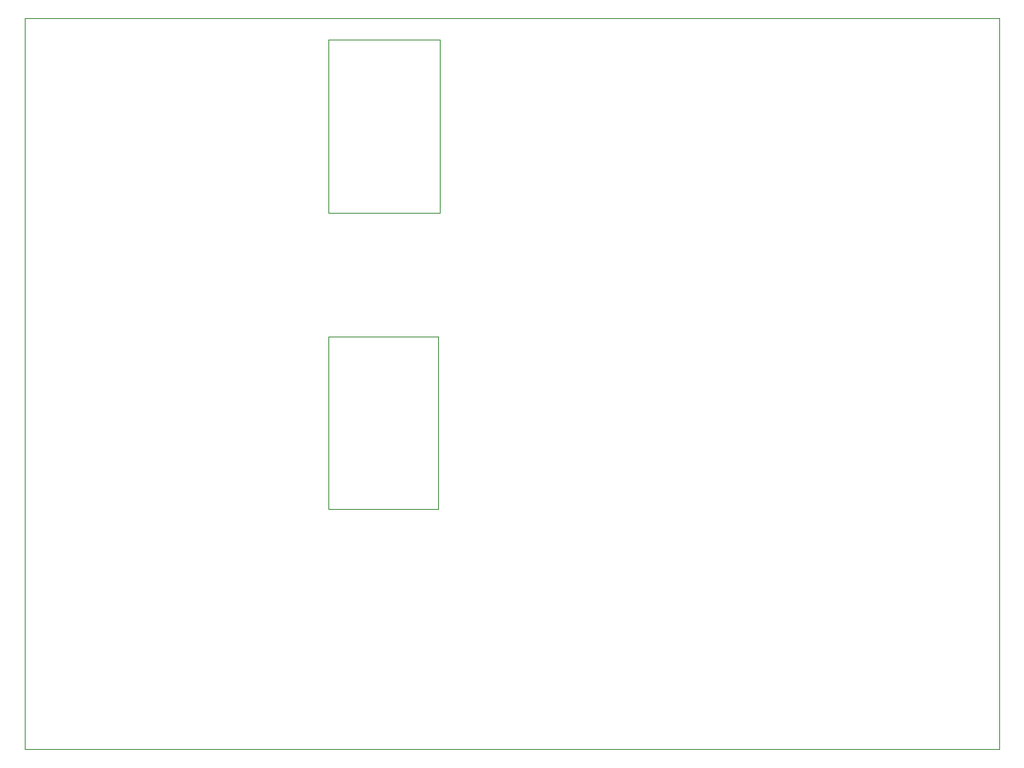
<source format=gbr>
%TF.GenerationSoftware,KiCad,Pcbnew,(6.0.1)*%
%TF.CreationDate,2022-01-26T11:25:13+01:00*%
%TF.ProjectId,MUNIN 100,4d554e49-4e20-4313-9030-2e6b69636164,0*%
%TF.SameCoordinates,Original*%
%TF.FileFunction,Profile,NP*%
%FSLAX46Y46*%
G04 Gerber Fmt 4.6, Leading zero omitted, Abs format (unit mm)*
G04 Created by KiCad (PCBNEW (6.0.1)) date 2022-01-26 11:25:13*
%MOMM*%
%LPD*%
G01*
G04 APERTURE LIST*
%TA.AperFunction,Profile*%
%ADD10C,0.100000*%
%TD*%
G04 APERTURE END LIST*
D10*
X45700000Y-152500000D02*
X145700000Y-152500000D01*
X145700000Y-152500000D02*
X145700000Y-77500000D01*
X145700000Y-77500000D02*
X45700000Y-77500000D01*
X45700000Y-77500000D02*
X45700000Y-152500000D01*
X76835000Y-97434400D02*
X88239600Y-97434400D01*
X88239600Y-97434400D02*
X88239600Y-79679800D01*
X88239600Y-79679800D02*
X76835000Y-79679800D01*
X76835000Y-79679800D02*
X76835000Y-97434400D01*
X76835000Y-110159800D02*
X88138000Y-110159800D01*
X88138000Y-110159800D02*
X88138000Y-127863600D01*
X88138000Y-127863600D02*
X76835000Y-127863600D01*
X76835000Y-127863600D02*
X76835000Y-110159800D01*
M02*

</source>
